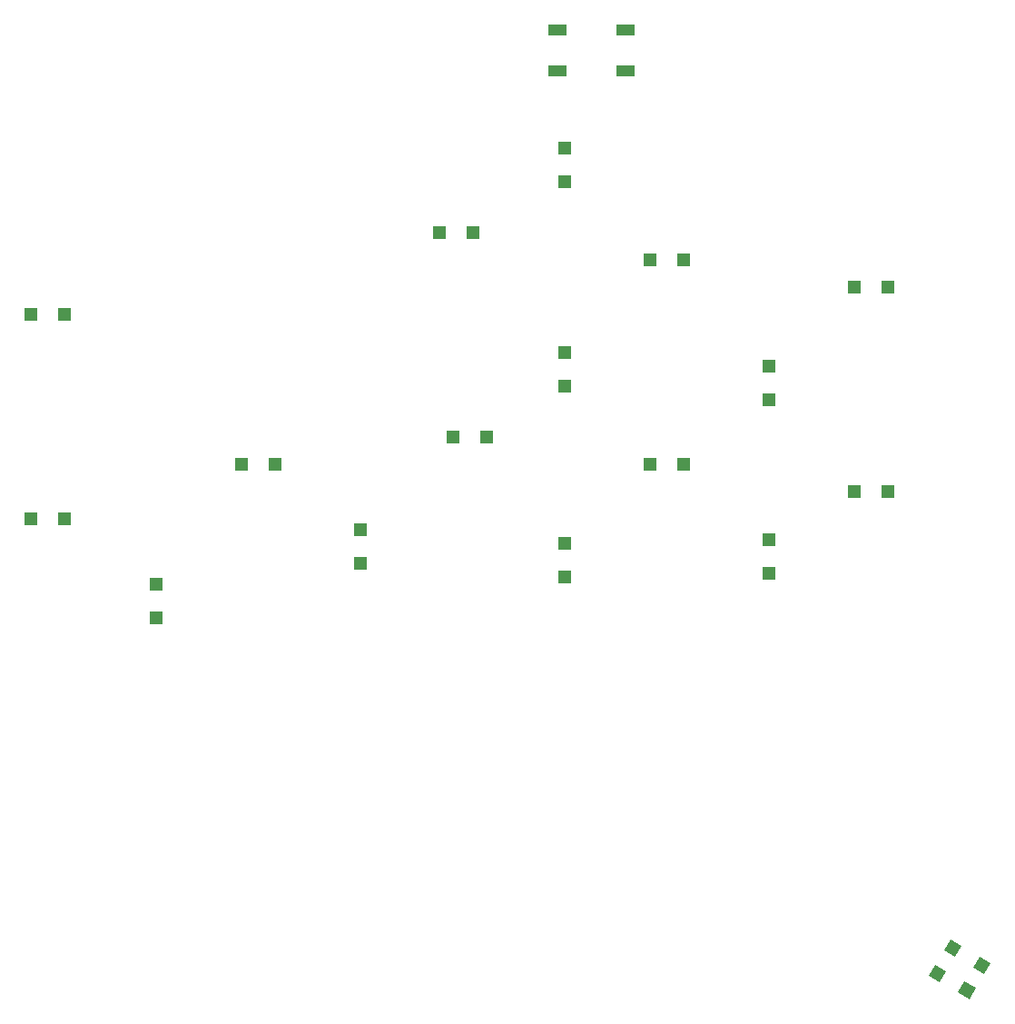
<source format=gbr>
G04 #@! TF.GenerationSoftware,KiCad,Pcbnew,(5.1.5-0-10_14)*
G04 #@! TF.CreationDate,2020-04-20T20:44:16-04:00*
G04 #@! TF.ProjectId,minidox-routed,6d696e69-646f-4782-9d72-6f757465642e,rev?*
G04 #@! TF.SameCoordinates,Original*
G04 #@! TF.FileFunction,Paste,Top*
G04 #@! TF.FilePolarity,Positive*
%FSLAX46Y46*%
G04 Gerber Fmt 4.6, Leading zero omitted, Abs format (unit mm)*
G04 Created by KiCad (PCBNEW (5.1.5-0-10_14)) date 2020-04-20 20:44:16*
%MOMM*%
%LPD*%
G04 APERTURE LIST*
%ADD10R,1.200000X1.200000*%
%ADD11C,0.100000*%
%ADD12R,1.700000X1.000000*%
G04 APERTURE END LIST*
D10*
X64465000Y-135890000D03*
X67615000Y-135890000D03*
X105715000Y-128270000D03*
X102565000Y-128270000D03*
X114300000Y-123495000D03*
X114300000Y-120345000D03*
X122250000Y-130810000D03*
X125400000Y-130810000D03*
X141300000Y-133350000D03*
X144450000Y-133350000D03*
X64465000Y-154940000D03*
X67615000Y-154940000D03*
X84150000Y-149860000D03*
X87300000Y-149860000D03*
X114300000Y-142545000D03*
X114300000Y-139395000D03*
X122250000Y-149860000D03*
X125400000Y-149860000D03*
X133350000Y-140665000D03*
X133350000Y-143815000D03*
X76200000Y-164135000D03*
X76200000Y-160985000D03*
X103835000Y-147320000D03*
X106985000Y-147320000D03*
X114300000Y-157175000D03*
X114300000Y-160325000D03*
X133350000Y-156870000D03*
X133350000Y-160020000D03*
X144450000Y-152400000D03*
X141300000Y-152400000D03*
X95250000Y-155905000D03*
X95250000Y-159055000D03*
D11*
G36*
X148235195Y-197501315D02*
G01*
X148835195Y-196462085D01*
X149874425Y-197062085D01*
X149274425Y-198101315D01*
X148235195Y-197501315D01*
G37*
G36*
X150963175Y-199076315D02*
G01*
X151563175Y-198037085D01*
X152602405Y-198637085D01*
X152002405Y-199676315D01*
X150963175Y-199076315D01*
G37*
G36*
X149632195Y-195164515D02*
G01*
X150232195Y-194125285D01*
X151271425Y-194725285D01*
X150671425Y-195764515D01*
X149632195Y-195164515D01*
G37*
G36*
X152360175Y-196739515D02*
G01*
X152960175Y-195700285D01*
X153999405Y-196300285D01*
X153399405Y-197339515D01*
X152360175Y-196739515D01*
G37*
D12*
X113607000Y-109358000D03*
X119907000Y-109358000D03*
X113607000Y-113158000D03*
X119907000Y-113158000D03*
M02*

</source>
